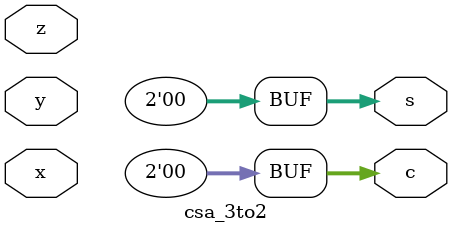
<source format=sv>
/*
    OpenNTT - 2024
    Florian Krieger, Florian Hirner, Ahmet Can Mert, Sujoy Sinha Roy
    Contact: florian.krieger@iaik.tugraz.at
*/

`timescale 1ns/1ps

// Parametric carry save adder
// Inputs (x,y,z): K-bit integers
// Outputs (c,s) : K-bit integers
//
//  Example:  x:  * * * * * * * * *
//            y:  * * * * * * * * *
//            z:  * * * * * * * * *
//           -----------------------
//            s:  * * * * * * * * *
//            c:  * * * * * * * * 0  

`default_nettype wire

module csa_3to2
#(
    parameter K = 0, // bit-size
	parameter N = 0  // number of inputs (0, 1, 2, 3)
)
(
    input  [K-1:0] x,y,z,
    output [K-1:0] c,s
);

generate
	if (N == 3) begin
		assign c[0] = 0;
		for(genvar i=0; i<K-1; i=i+1) begin: FA_LOOP
			assign {c[i+1],s[i]} = x[i] + y[i] + z[i];
		end
		assign s[K-1] = (x[K-1] + y[K-1] + z[K-1]);
	end
	else if (N == 2) begin
		assign s = x;
		assign c = y;		
	end
	else if (N == 1) begin
		assign s = x;
		assign c = 0;
	end
	else begin
		assign s = 0;
		assign c = 0;
	end
endgenerate

endmodule

</source>
